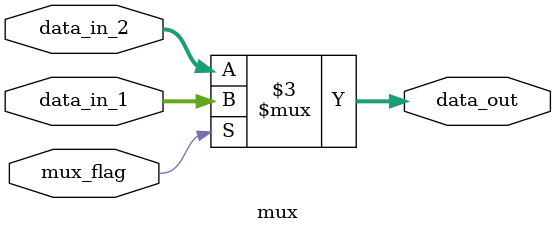
<source format=v>

module mux(

  input wire        mux_flag,
  input wire[135:0] data_in_1,
  input wire[135:0] data_in_2,
  output reg[135:0] data_out

  );

  always @ ( mux_flag or data_in_1 or data_in_2) begin
    if ( mux_flag )
      data_out <= data_in_1;
    else
      data_out <= data_in_2;
  end

endmodule
</source>
